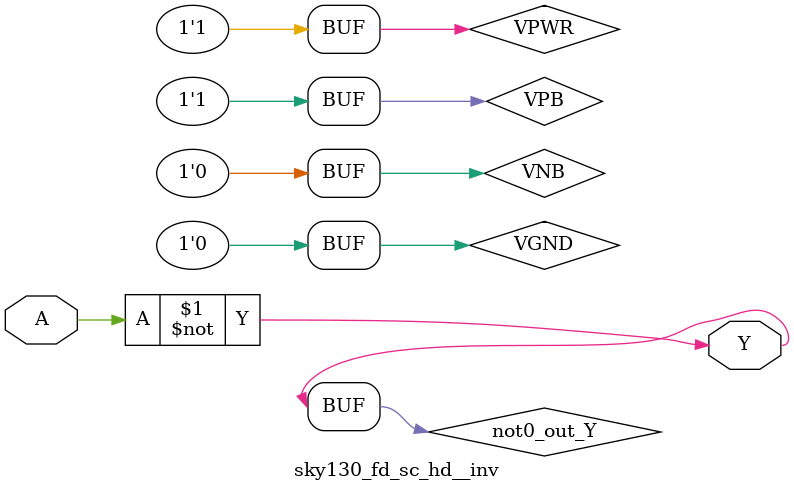
<source format=v>
/*
 * Copyright 2020 The SkyWater PDK Authors
 *
 * Licensed under the Apache License, Version 2.0 (the "License");
 * you may not use this file except in compliance with the License.
 * You may obtain a copy of the License at
 *
 *     https://www.apache.org/licenses/LICENSE-2.0
 *
 * Unless required by applicable law or agreed to in writing, software
 * distributed under the License is distributed on an "AS IS" BASIS,
 * WITHOUT WARRANTIES OR CONDITIONS OF ANY KIND, either express or implied.
 * See the License for the specific language governing permissions and
 * limitations under the License.
 *
 * SPDX-License-Identifier: Apache-2.0
*/


`ifndef SKY130_FD_SC_HD__INV_BEHAVIORAL_V
`define SKY130_FD_SC_HD__INV_BEHAVIORAL_V

/**
 * inv: Inverter.
 *
 * Verilog simulation functional model.
 */

`timescale 1ns / 1ps
`default_nettype none

`celldefine
module sky130_fd_sc_hd__inv (
    Y,
    A
);

    // Module ports
    output Y;
    input  A;

    // Module supplies
    supply1 VPWR;
    supply0 VGND;
    supply1 VPB ;
    supply0 VNB ;

    // Local signals
    wire not0_out_Y;

    //  Name  Output      Other arguments
    not not0 (not0_out_Y, A              );
    buf buf0 (Y         , not0_out_Y     );

endmodule
`endcelldefine

`default_nettype wire
`endif  // SKY130_FD_SC_HD__INV_BEHAVIORAL_V
</source>
